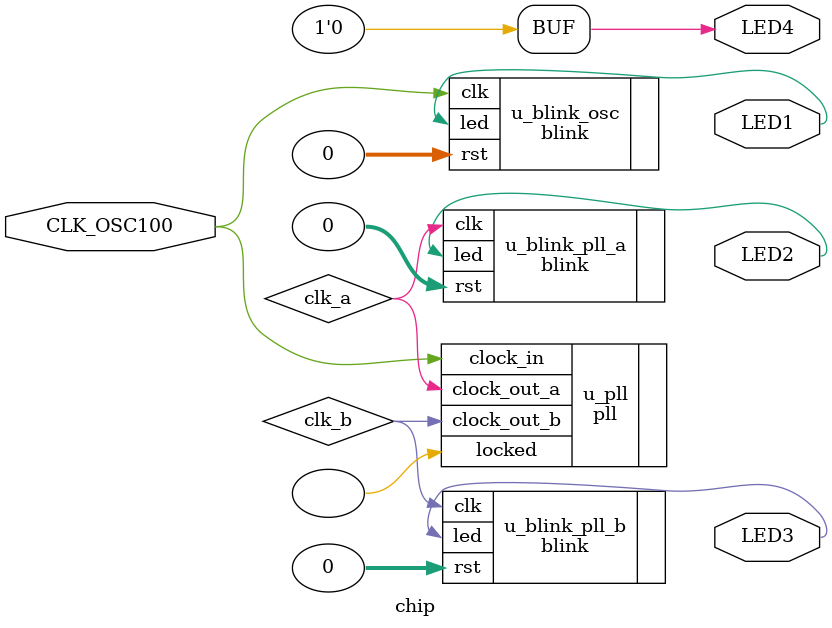
<source format=v>

module chip (
	// 100MHz clock input
	input  CLK_OSC100,

	output LED1,
	output LED2,
	output LED3,
	output LED4
	);

	wire clk_a, clk_b;

	assign LED4 = 0;

	blink u_blink_osc (
		.clk(CLK_OSC100),
		.rst(0),
		.led(LED1)
	);

	
	pll u_pll(
		.clock_in(CLK_OSC100),
		.clock_out_a(clk_a),
		.clock_out_b(clk_b),
		.locked()
	);

	blink u_blink_pll_a (
		.clk(clk_a),
		.rst(0),
		.led(LED2)
	);

	blink u_blink_pll_b (
		.clk(clk_b),
		.rst(0),
		.led(LED3)
	);

endmodule

</source>
